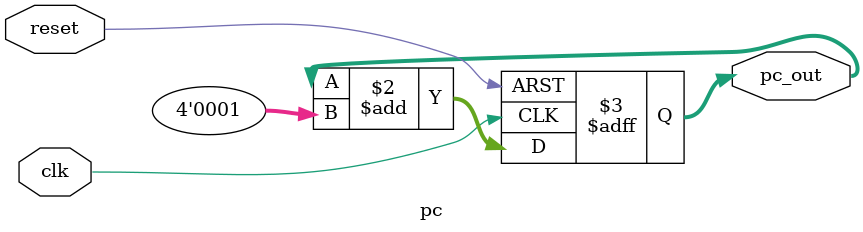
<source format=v>
/*
- Simple 4-bit program counter
- Increments every clock cycle
- Resets to 0 on reset
*/

module pc (
    input  wire       clk,
    input  wire       reset,
    output reg  [3:0] pc_out
);

    always @(posedge clk or posedge reset) begin
        if (reset)
            pc_out <= 4'd0;
        else
            pc_out <= pc_out + 4'd1;
    end

endmodule

</source>
